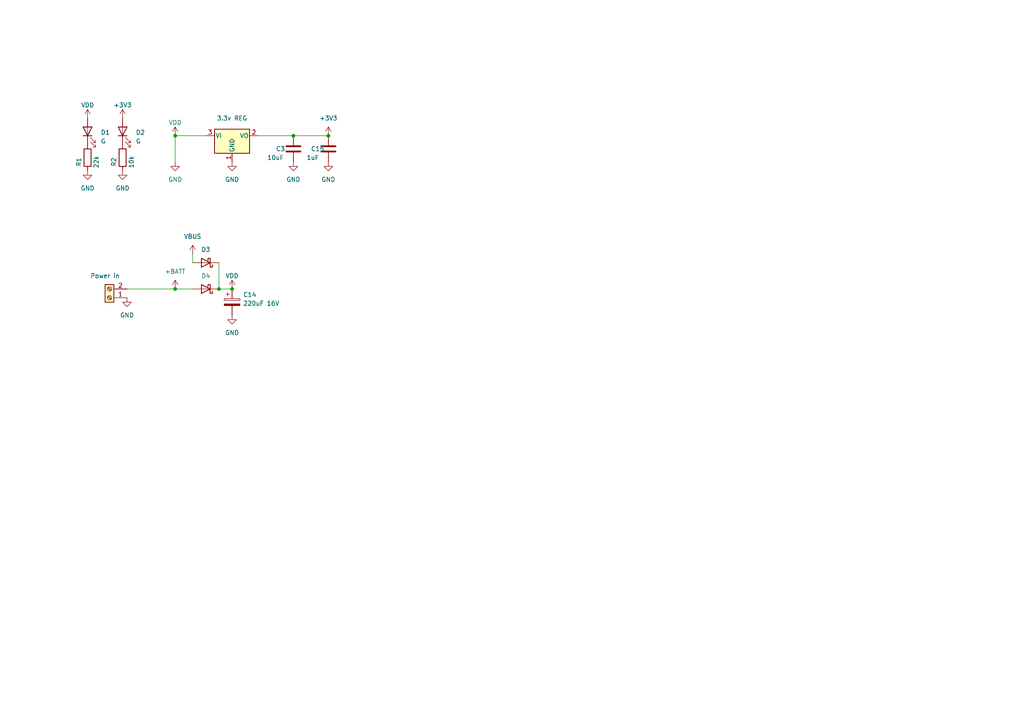
<source format=kicad_sch>
(kicad_sch (version 20211123) (generator eeschema)
  (paper "A4")
  (lib_symbols
    (symbol "Connector:Screw_Terminal_01x02" (pin_names (offset 1.016) hide)
      (property "Reference" "J" (at 0 2.54 0))
      (property "Value" "Screw_Terminal_01x02" (at 0 -5.08 0))
      (symbol "Screw_Terminal_01x02_1_1"
        (rectangle (start -1.27 1.27) (end 1.27 -3.81) (stroke (width 0.254)) (fill (type background)))
        (circle (center 0 -2.54) (radius 0.635) (stroke (width 0.1524)))
        (polyline (pts (xy -0.5334 -2.2098) (xy 0.3302 -3.048)) (stroke (width 0.1524)))
        (polyline (pts (xy -0.5334 0.3302) (xy 0.3302 -0.508)) (stroke (width 0.1524)))
        (polyline (pts (xy -0.3556 -2.032) (xy 0.508 -2.8702)) (stroke (width 0.1524)))
        (polyline (pts (xy -0.3556 0.508) (xy 0.508 -0.3302)) (stroke (width 0.1524)))
        (circle (center 0 0) (radius 0.635) (stroke (width 0.1524)))
        (pin passive line (at -5.08 0 0) (length 3.81) (name "Pin_1") (number "1"))
        (pin passive line (at -5.08 -2.54 0) (length 3.81) (name "Pin_2") (number "2"))
      )
    )
    (symbol "Device:C" (pin_numbers hide) (pin_names (offset 0.254))
      (property "Reference" "C" (at 0.635 2.54 0))
      (property "Value" "C" (at 0.635 -2.54 0))
      (symbol "C_0_1"
        (polyline (pts (xy -2.032 -0.762) (xy 2.032 -0.762)) (stroke (width 0.508)))
        (polyline (pts (xy -2.032 0.762) (xy 2.032 0.762)) (stroke (width 0.508)))
      )
      (symbol "C_1_1"
        (pin passive line (at 0 3.81 270) (length 2.794) (name "~") (number "1"))
        (pin passive line (at 0 -3.81 90) (length 2.794) (name "~") (number "2"))
      )
    )
    (symbol "Device:C_Polarized" (pin_numbers hide) (pin_names (offset 0.254))
      (property "Reference" "C" (at 0.635 2.54 0))
      (property "Value" "C_Polarized" (at 0.635 -2.54 0))
      (symbol "C_Polarized_0_1"
        (rectangle (start -2.286 0.508) (end 2.286 1.016))
        (polyline (pts (xy -1.778 2.286) (xy -0.762 2.286)))
        (polyline (pts (xy -1.27 2.794) (xy -1.27 1.778)))
        (rectangle (start 2.286 -0.508) (end -2.286 -1.016) (fill (type outline)))
      )
      (symbol "C_Polarized_1_1"
        (pin passive line (at 0 3.81 270) (length 2.794) (name "~") (number "1"))
        (pin passive line (at 0 -3.81 90) (length 2.794) (name "~") (number "2"))
      )
    )
    (symbol "Device:D_Schottky" (pin_numbers hide) (pin_names (offset 1.016) hide)
      (property "Reference" "D" (at 0 2.54 0))
      (property "Value" "D_Schottky" (at 0 -2.54 0))
      (symbol "D_Schottky_0_1"
        (polyline (pts (xy 1.27 0) (xy -1.27 0)))
        (polyline (pts (xy 1.27 1.27) (xy 1.27 -1.27) (xy -1.27 0) (xy 1.27 1.27)) (stroke (width 0.254)))
        (polyline (pts (xy -1.905 0.635) (xy -1.905 1.27) (xy -1.27 1.27) (xy -1.27 -1.27) (xy -0.635 -1.27) (xy -0.635 -0.635)) (stroke (width 0.254)))
      )
      (symbol "D_Schottky_1_1"
        (pin passive line (at -3.81 0 0) (length 2.54) (name "K") (number "1"))
        (pin passive line (at 3.81 0 180) (length 2.54) (name "A") (number "2"))
      )
    )
    (symbol "Device:LED" (pin_numbers hide) (pin_names (offset 1.016) hide)
      (property "Reference" "D" (at 0 2.54 0))
      (property "Value" "LED" (at 0 -2.54 0))
      (symbol "LED_0_1"
        (polyline (pts (xy -1.27 -1.27) (xy -1.27 1.27)) (stroke (width 0.254)))
        (polyline (pts (xy -1.27 0) (xy 1.27 0)))
        (polyline (pts (xy 1.27 -1.27) (xy 1.27 1.27) (xy -1.27 0) (xy 1.27 -1.27)) (stroke (width 0.254)))
        (polyline (pts (xy -3.048 -0.762) (xy -4.572 -2.286) (xy -3.81 -2.286) (xy -4.572 -2.286) (xy -4.572 -1.524)))
        (polyline (pts (xy -1.778 -0.762) (xy -3.302 -2.286) (xy -2.54 -2.286) (xy -3.302 -2.286) (xy -3.302 -1.524)))
      )
      (symbol "LED_1_1"
        (pin passive line (at -3.81 0 0) (length 2.54) (name "K") (number "1"))
        (pin passive line (at 3.81 0 180) (length 2.54) (name "A") (number "2"))
      )
    )
    (symbol "Device:R" (pin_numbers hide) (pin_names (offset 0))
      (property "Reference" "R" (at 2.032 0 90))
      (property "Value" "R" (at 0 0 90))
      (symbol "R_0_1"
        (rectangle (start -1.016 -2.54) (end 1.016 2.54) (stroke (width 0.254)))
      )
      (symbol "R_1_1"
        (pin passive line (at 0 3.81 270) (length 1.27) (name "~") (number "1"))
        (pin passive line (at 0 -3.81 90) (length 1.27) (name "~") (number "2"))
      )
    )
    (symbol "Regulator_Linear:AMS1117-3.3" (pin_names (offset 0.254))
      (property "Reference" "U" (at -3.81 3.175 0))
      (property "Value" "AMS1117-3.3" (at 0 3.175 0))
      (symbol "AMS1117-3.3_0_1"
        (rectangle (start -5.08 -5.08) (end 5.08 1.905) (stroke (width 0.254)) (fill (type background)))
      )
      (symbol "AMS1117-3.3_1_1"
        (pin power_in line (at 0 -7.62 90) (length 2.54) (name "GND") (number "1"))
        (pin power_out line (at 7.62 0 180) (length 2.54) (name "VO") (number "2"))
        (pin power_in line (at -7.62 0 0) (length 2.54) (name "VI") (number "3"))
      )
    )
    (symbol "power:+3.3V" (power) (pin_names (offset 0))
      (property "Value" "+3.3V" (at 0 3.556 0))
      (symbol "+3.3V_0_1"
        (polyline (pts (xy -0.762 1.27) (xy 0 2.54)))
        (polyline (pts (xy 0 0) (xy 0 2.54)))
        (polyline (pts (xy 0 2.54) (xy 0.762 1.27)))
      )
      (symbol "+3.3V_1_1"
        (pin power_in line (at 0 0 90) (length 0) hide (name "+3V3") (number "1"))
      )
    )
    (symbol "power:+BATT" (power) (pin_names (offset 0))
      (property "Value" "+BATT" (at 0 3.556 0))
      (symbol "+BATT_0_1"
        (polyline (pts (xy -0.762 1.27) (xy 0 2.54)))
        (polyline (pts (xy 0 0) (xy 0 2.54)))
        (polyline (pts (xy 0 2.54) (xy 0.762 1.27)))
      )
      (symbol "+BATT_1_1"
        (pin power_in line (at 0 0 90) (length 0) hide (name "+BATT") (number "1"))
      )
    )
    (symbol "power:GND" (power) (pin_names (offset 0))
      (property "Value" "GND" (at 0 -3.81 0))
      (symbol "GND_0_1"
        (polyline (pts (xy 0 0) (xy 0 -1.27) (xy 1.27 -1.27) (xy 0 -2.54) (xy -1.27 -1.27) (xy 0 -1.27)))
      )
      (symbol "GND_1_1"
        (pin power_in line (at 0 0 270) (length 0) hide (name "GND") (number "1"))
      )
    )
    (symbol "power:VBUS" (power) (pin_names (offset 0))
      (property "Value" "VBUS" (at 0 3.81 0))
      (symbol "VBUS_0_1"
        (polyline (pts (xy -0.762 1.27) (xy 0 2.54)))
        (polyline (pts (xy 0 0) (xy 0 2.54)))
        (polyline (pts (xy 0 2.54) (xy 0.762 1.27)))
      )
      (symbol "VBUS_1_1"
        (pin power_in line (at 0 0 90) (length 0) hide (name "VBUS") (number "1"))
      )
    )
    (symbol "power:VDD" (power) (pin_names (offset 0))
      (property "Value" "VDD" (at 0 3.81 0))
      (symbol "VDD_0_1"
        (polyline (pts (xy -0.762 1.27) (xy 0 2.54)))
        (polyline (pts (xy 0 0) (xy 0 2.54)))
        (polyline (pts (xy 0 2.54) (xy 0.762 1.27)))
      )
      (symbol "VDD_1_1"
        (pin power_in line (at 0 0 90) (length 0) hide (name "VDD") (number "1"))
      )
    )
  )
  (junction (at 95.25 39.37))
  (junction (at 50.8 39.37))
  (junction (at 63.5 83.82))
  (junction (at 67.31 83.82))
  (junction (at 85.09 39.37))
  (junction (at 50.8 83.82))
  (wire (pts (xy 50.8 39.37) (xy 50.8 46.99)))
  (wire (pts (xy 50.8 39.37) (xy 59.69 39.37)))
  (wire (pts (xy 85.09 39.37) (xy 95.25 39.37)))
  (wire (pts (xy 74.93 39.37) (xy 85.09 39.37)))
  (wire (pts (xy 63.5 76.2) (xy 63.5 83.82)))
  (wire (pts (xy 63.5 83.82) (xy 67.31 83.82)))
  (wire (pts (xy 55.88 73.66) (xy 55.88 76.2)))
  (wire (pts (xy 55.88 83.82) (xy 50.8 83.82)))
  (wire (pts (xy 36.83 83.82) (xy 50.8 83.82)))
  (symbol (lib_id "Regulator_Linear:AMS1117-3.3") (at 67.31 39.37 0) (unit 1)
    (property "Reference" "U2" (effects hide))
    (property "Value" "3.3v REG" (at 67.31 34.29 0))
    (property "Footprint" "Package_TO_SOT_SMD:SOT-223-3_TabPin2" (effects hide))
    (property "Datasheet" "http://www.advanced-monolithic.com/pdf/ds1117.pdf" (effects hide))
  )
  (symbol (lib_id "power:GND") (at 35.56 49.53 0) (unit 1)
    (property "Reference" "#PWR0135" (effects hide))
    (property "Value" "GND" (at 35.56 54.61 0))
  )
  (symbol (lib_id "power:+3.3V") (at 95.25 39.37 0) (unit 1)
    (property "Reference" "#PWR0105" (effects hide))
    (property "Value" "+3.3V" (at 95.25 34.29 0))
  )
  (symbol (lib_id "Device:D_Schottky") (at 59.69 83.82 180) (unit 1)
    (property "Reference" "D4" (at 59.69 80.01 0))
    (property "Value" "D_Schottky" (effects hide))
    (property "Footprint" "Diode_SMD:D_SOD-123" (effects hide))
  )
  (symbol (lib_id "power:GND") (at 67.31 46.99 0) (unit 1)
    (property "Reference" "#PWR0126" (effects hide))
    (property "Value" "GND" (at 67.31 52.07 0))
  )
  (symbol (lib_id "Device:LED") (at 25.4 38.1 90) (unit 1)
    (property "Reference" "D1" (at 29.21 38.4174 90) (effects (justify right)))
    (property "Value" "G" (at 29.21 40.9574 90) (effects (justify right)))
    (property "Footprint" "LED_SMD:LED_0603_1608Metric" (effects hide))
  )
  (symbol (lib_id "power:VDD") (at 25.4 34.29 0) (unit 1)
    (property "Reference" "#PWR0133" (effects hide))
    (property "Value" "VDD" (at 25.4 30.48 0))
  )
  (symbol (lib_id "power:+BATT") (at 50.8 83.82 0) (unit 1)
    (property "Reference" "#PWR0136" (effects hide))
    (property "Value" "+BATT" (at 50.8 78.74 0))
  )
  (symbol (lib_id "power:VDD") (at 67.31 83.82 0) (unit 1)
    (property "Reference" "#PWR0129" (effects hide))
    (property "Value" "VDD" (at 67.31 80.01 0))
  )
  (symbol (lib_id "Device:D_Schottky") (at 59.69 76.2 180) (unit 1)
    (property "Reference" "D3" (at 59.69 72.39 0))
    (property "Value" "D_Schottky" (effects hide))
    (property "Footprint" "Diode_SMD:D_SOD-123" (effects hide))
  )
  (symbol (lib_id "power:GND") (at 85.09 46.99 0) (unit 1)
    (property "Reference" "#PWR0128" (effects hide))
    (property "Value" "GND" (at 85.09 52.07 0))
  )
  (symbol (lib_id "Device:C_Polarized") (at 67.31 87.63 0) (unit 1)
    (property "Reference" "C14" (at 70.485 85.4709 0) (effects (justify left)))
    (property "Value" "220uF 16V" (at 70.485 88.0109 0) (effects (justify left)))
    (property "Footprint" "Capacitor_Tantalum_SMD:CP_EIA-7343-31_Kemet-D" (effects hide))
  )
  (symbol (lib_id "power:+3.3V") (at 35.56 34.29 0) (unit 1)
    (property "Reference" "#PWR0132" (effects hide))
    (property "Value" "+3.3V" (at 35.56 30.48 0))
  )
  (symbol (lib_id "power:GND") (at 67.31 91.44 0) (unit 1)
    (property "Reference" "#PWR0117" (effects hide))
    (property "Value" "GND" (at 67.31 96.52 0))
  )
  (symbol (lib_id "power:GND") (at 50.8 46.99 0) (unit 1)
    (property "Reference" "#PWR0106" (effects hide))
    (property "Value" "GND" (at 50.8 52.07 0))
  )
  (symbol (lib_id "Device:LED") (at 35.56 38.1 90) (unit 1)
    (property "Reference" "D2" (at 39.37 38.4174 90) (effects (justify right)))
    (property "Value" "G" (at 39.37 40.9574 90) (effects (justify right)))
    (property "Footprint" "LED_SMD:LED_0603_1608Metric" (effects hide))
  )
  (symbol (lib_id "Device:R") (at 25.4 45.72 0) (unit 1)
    (property "Reference" "R1" (at 22.86 46.99 90))
    (property "Value" "22k" (at 27.94 46.99 90))
    (property "Footprint" "Resistor_SMD:R_0402_1005Metric_Pad0.72x0.64mm_HandSolder" (effects hide))
  )
  (symbol (lib_id "power:GND") (at 25.4 49.53 0) (unit 1)
    (property "Reference" "#PWR0134" (effects hide))
    (property "Value" "GND" (at 25.4 54.61 0))
  )
  (symbol (lib_id "Device:C") (at 85.09 43.18 0) (unit 1)
    (property "Reference" "C3" (at 80.01 43.18 0) (effects (justify left)))
    (property "Value" "10uF" (at 77.47 45.72 0) (effects (justify left)))
    (property "Footprint" "Capacitor_SMD:C_0402_1005Metric_Pad0.74x0.62mm_HandSolder" (effects hide))
  )
  (symbol (lib_id "power:GND") (at 36.83 86.36 0) (unit 1)
    (property "Reference" "#PWR0131" (effects hide))
    (property "Value" "GND" (at 36.83 91.44 0))
  )
  (symbol (lib_id "power:VBUS") (at 55.88 73.66 0) (unit 1)
    (property "Reference" "#PWR0130" (effects hide))
    (property "Value" "VBUS" (at 55.88 68.58 0))
  )
  (symbol (lib_id "Device:C") (at 95.25 43.18 0) (unit 1)
    (property "Reference" "C15" (at 90.17 43.18 0) (effects (justify left)))
    (property "Value" "1uF" (at 88.9 45.72 0) (effects (justify left)))
    (property "Footprint" "Capacitor_SMD:C_0402_1005Metric_Pad0.74x0.62mm_HandSolder" (effects hide))
  )
  (symbol (lib_id "Device:R") (at 35.56 45.72 0) (unit 1)
    (property "Reference" "R2" (at 33.02 46.99 90))
    (property "Value" "10k" (at 38.1 46.99 90))
    (property "Footprint" "Resistor_SMD:R_0402_1005Metric_Pad0.72x0.64mm_HandSolder" (effects hide))
  )
  (symbol (lib_id "Connector:Screw_Terminal_01x02") (at 31.75 86.36 180) (unit 1)
    (property "Reference" "J1" (effects hide))
    (property "Value" "Power in" (at 30.48 80.01 0))
    (property "Footprint" "Connector_PinHeader_2.54mm:PinHeader_1x02_P2.54mm_Vertical" (effects hide))
  )
  (symbol (lib_id "power:VDD") (at 50.8 39.37 0) (unit 1)
    (property "Reference" "#PWR0127" (effects hide))
    (property "Value" "VDD" (at 50.8 35.56 0))
  )
  (symbol (lib_id "power:GND") (at 95.25 46.99 0) (unit 1)
    (property "Reference" "#PWR0142" (effects hide))
    (property "Value" "GND" (at 95.25 52.07 0))
  )
)
</source>
